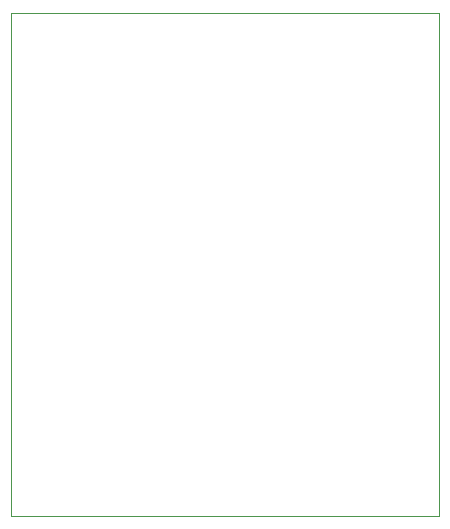
<source format=gbr>
%TF.GenerationSoftware,KiCad,Pcbnew,(5.1.12)-1*%
%TF.CreationDate,2022-08-10T22:12:13-07:00*%
%TF.ProjectId,JTAGAdapter,4a544147-4164-4617-9074-65722e6b6963,rev?*%
%TF.SameCoordinates,Original*%
%TF.FileFunction,Profile,NP*%
%FSLAX46Y46*%
G04 Gerber Fmt 4.6, Leading zero omitted, Abs format (unit mm)*
G04 Created by KiCad (PCBNEW (5.1.12)-1) date 2022-08-10 22:12:13*
%MOMM*%
%LPD*%
G01*
G04 APERTURE LIST*
%TA.AperFunction,Profile*%
%ADD10C,0.050000*%
%TD*%
G04 APERTURE END LIST*
D10*
X180250000Y-75819000D02*
X180250000Y-118440200D01*
X180250000Y-118440200D02*
X144018000Y-118440200D01*
X144018000Y-118440200D02*
X144018000Y-75819000D01*
X180250000Y-75819000D02*
X144018000Y-75819000D01*
M02*

</source>
